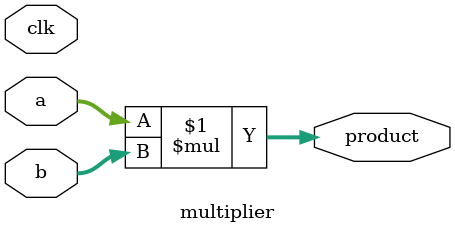
<source format=sv>
module multiplier
(
	input wire clk,
	input wire signed [15:0] a,
	input wire signed [15:0] b,
	output wire signed [31:0] product
);

assign product = a * b;

endmodule
</source>
